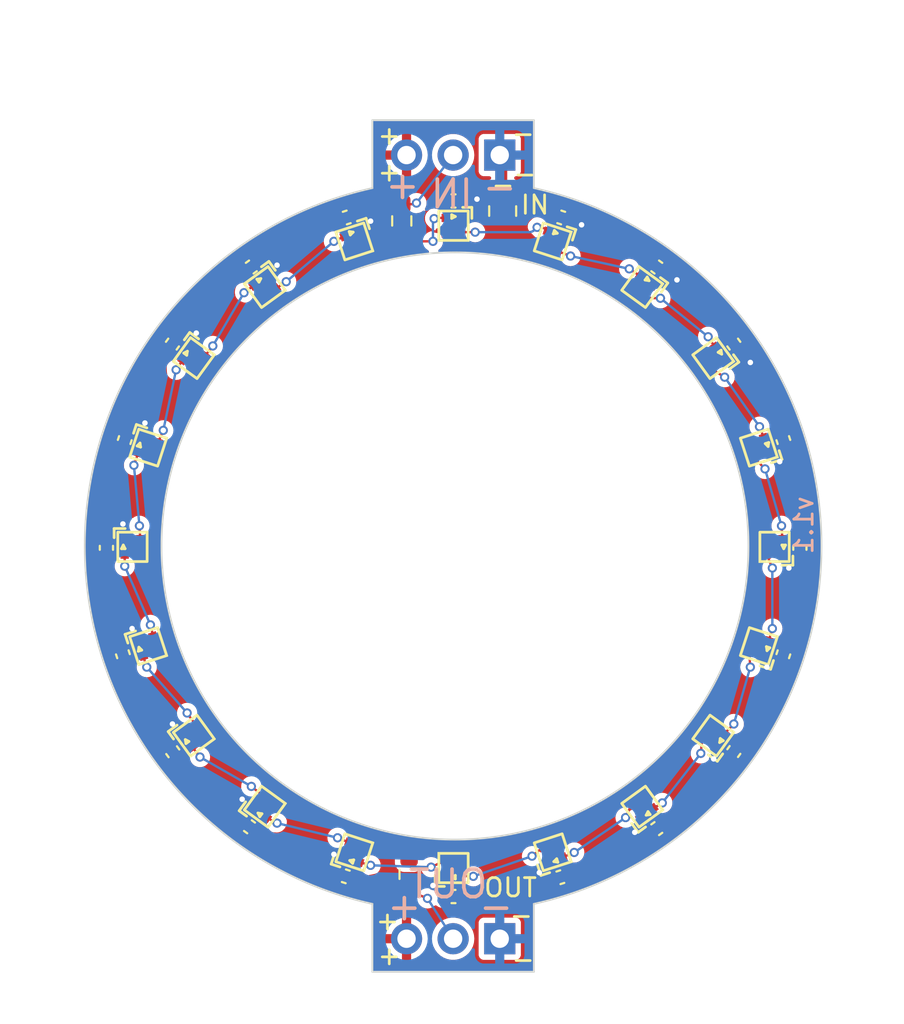
<source format=kicad_pcb>
(kicad_pcb (version 20221018) (generator pcbnew)
  (layers (0 "F.Cu" signal) (31 "B.Cu" signal) (34 "B.Paste" user) (35 "F.Paste" user) (36 "B.SilkS" user "B.Silkscreen") (37 "F.SilkS" user "F.Silkscreen") (38 "B.Mask" user) (39 "F.Mask" user) (44 "Edge.Cuts" user))
  (net 0 "")
  (net 1 "VCC")
  (net 2 "GND")
  (net 3 "Net-(D1-DOUT)")
  (net 4 "Net-(D1-DIN)")
  (net 5 "Net-(D2-DOUT)")
  (net 6 "Net-(D3-DOUT)")
  (net 7 "Net-(D4-DOUT)")
  (net 8 "Net-(D5-DOUT)")
  (net 9 "Net-(D6-DOUT)")
  (net 10 "Net-(D7-DOUT)")
  (net 11 "Net-(D8-DOUT)")
  (net 12 "Net-(D10-DIN)")
  (net 13 "Net-(D10-DOUT)")
  (net 14 "Net-(D11-DOUT)")
  (net 15 "Net-(D12-DOUT)")
  (net 16 "Net-(D13-DOUT)")
  (net 17 "Net-(D14-DOUT)")
  (net 18 "Net-(D15-DOUT)")
  (net 19 "Net-(D16-DOUT)")
  (net 20 "Net-(D17-DOUT)")
  (net 21 "Net-(D18-DOUT)")
  (net 22 "Net-(D19-DOUT)")
  (net 23 "Net-(D20-DOUT)")
  (net 24 "/SIGNAL_IN")
  (net 25 "/SIGNAL_OUT")
  (footprint "Homebrew:XINGLIGHT-XL-1010RGBC-WS2812B" (layer "F.Cu") (at 89.633876 85.890382 -144)
    (fp_text reference "D19" hide)
    (fp_text value "XL-1010RGBC-WS2812B")
  )
  (footprint "Capacitor_SMD:C_0402_1005Metric" (layer "F.Cu") (at 111 84.8 -36)
    (fp_text reference "C3" hide)
    (fp_text value "100nF")
  )
  (footprint "Capacitor_SMD:C_0402_1005Metric" (layer "F.Cu") (at 94.1 82.1 18)
    (fp_text reference "C20" hide)
    (fp_text value "100nF")
  )
  (footprint "Resistor_SMD:R_0603_1608Metric_Pad0.98x0.95mm_HandSolder" (layer "F.Cu") (at 97.5 117.8875 -90)
    (fp_text reference "R2" hide)
    (fp_text value "560")
  )
  (footprint "Connector_PinHeader_2.54mm:PinHeader_1x03_P2.54mm_Vertical" (layer "F.Cu") (at 102.44 78.7 -90)
    (fp_text reference "J1" hide)
    (fp_text value "Conn_01x03")
  )
  (footprint "Homebrew:XINGLIGHT-XL-1010RGBC-WS2812B" (layer "F.Cu") (at 114.077915 89.761938 126)
    (fp_text reference "D4" hide)
    (fp_text value "XL-1010RGBC-WS2812B")
  )
  (footprint "Homebrew:XINGLIGHT-XL-1010RGBC-WS2812B" (layer "F.Cu") (at 105.327915 83.40469 162)
    (fp_text reference "D2" hide)
    (fp_text value "XL-1010RGBC-WS2812B")
  )
  (footprint "Capacitor_SMD:C_0402_1005Metric" (layer "F.Cu") (at 117.9 94.228677 -72)
    (fp_text reference "C5" hide)
    (fp_text value "100nF")
  )
  (footprint "Homebrew:XINGLIGHT-XL-1010RGBC-WS2812B" (layer "F.Cu") (at 89.633876 114.205977 -36)
    (fp_text reference "D13" hide)
    (fp_text value "XL-1010RGBC-WS2812B")
  )
  (footprint "Homebrew:XINGLIGHT-XL-1010RGBC-WS2812B" (layer "F.Cu") (at 116.563607 105.455977 72)
    (fp_text reference "D7" hide)
    (fp_text value "XL-1010RGBC-WS2812B")
  )
  (footprint "Capacitor_SMD:C_0402_1005Metric" (layer "F.Cu") (at 84.6 89 54)
    (fp_text reference "C18" hide)
    (fp_text value "100nF")
  )
  (footprint "Capacitor_SMD:C_0402_1005Metric" (layer "F.Cu") (at 111 115.4 -144)
    (fp_text reference "C9" hide)
    (fp_text value "100nF")
  )
  (footprint "Homebrew:XINGLIGHT-XL-1010RGBC-WS2812B" (layer "F.Cu") (at 99.920118 82.54818 180)
    (fp_text reference "D1" hide)
    (fp_text value "XL-1010RGBC-WS2812B")
  )
  (footprint "Capacitor_SMD:C_0402_1005Metric" (layer "F.Cu") (at 82 94.228677 72)
    (fp_text reference "C17" hide)
    (fp_text value "100nF")
  )
  (footprint "Capacitor_SMD:C_0402_1005Metric" (layer "F.Cu") (at 88.8 115.3 144)
    (fp_text reference "C13" hide)
    (fp_text value "100nF")
  )
  (footprint "Homebrew:XINGLIGHT-XL-1010RGBC-WS2812B" (layer "F.Cu") (at 114.077915 110.334421 54)
    (fp_text reference "D8" hide)
    (fp_text value "XL-1010RGBC-WS2812B")
  )
  (footprint "Capacitor_SMD:C_0402_1005Metric" (layer "F.Cu") (at 94.048677 118 162)
    (fp_text reference "C12" hide)
    (fp_text value "100nF")
  )
  (footprint "Homebrew:XINGLIGHT-XL-1010RGBC-WS2812B" (layer "F.Cu") (at 117.420118 100.04818 90)
    (fp_text reference "D6" hide)
    (fp_text value "XL-1010RGBC-WS2812B")
  )
  (footprint "Capacitor_SMD:C_0402_1005Metric" (layer "F.Cu") (at 84.617863 111.211672 126)
    (fp_text reference "C14" hide)
    (fp_text value "100nF")
  )
  (footprint "Capacitor_SMD:C_0805_2012Metric" (layer "F.Cu") (at 102.6 81.75 90)
    (fp_text reference "C21" hide)
    (fp_text value "22uF")
  )
  (footprint "Capacitor_SMD:C_0402_1005Metric" (layer "F.Cu") (at 115.2 111.2 -126)
    (fp_text reference "C8" hide)
    (fp_text value "100nF")
  )
  (footprint "Homebrew:XINGLIGHT-XL-1010RGBC-WS2812B" (layer "F.Cu") (at 83.276628 105.455977 -72)
    (fp_text reference "D15" hide)
    (fp_text value "XL-1010RGBC-WS2812B")
  )
  (footprint "Homebrew:XINGLIGHT-XL-1010RGBC-WS2812B" (layer "F.Cu") (at 85.76232 110.334421 -54)
    (fp_text reference "D14" hide)
    (fp_text value "XL-1010RGBC-WS2812B")
  )
  (footprint "Homebrew:XINGLIGHT-XL-1010RGBC-WS2812B" (layer "F.Cu") (at 99.920118 117.54818)
    (fp_text reference "D11" hide)
    (fp_text value "XL-1010RGBC-WS2812B")
  )
  (footprint "Homebrew:XINGLIGHT-XL-1010RGBC-WS2812B" (layer "F.Cu") (at 116.563607 94.640382 108)
    (fp_text reference "D5" hide)
    (fp_text value "XL-1010RGBC-WS2812B")
  )
  (footprint "Homebrew:XINGLIGHT-XL-1010RGBC-WS2812B" (layer "F.Cu") (at 82.420118 100.04818 -90)
    (fp_text reference "D16" hide)
    (fp_text value "XL-1010RGBC-WS2812B")
  )
  (footprint "Homebrew:XINGLIGHT-XL-1010RGBC-WS2812B" (layer "F.Cu") (at 94.51232 83.40469 -162)
    (fp_text reference "D20" hide)
    (fp_text value "XL-1010RGBC-WS2812B")
  )
  (footprint "Capacitor_SMD:C_0402_1005Metric" (layer "F.Cu") (at 105.743493 118.048328 -162)
    (fp_text reference "C10" hide)
    (fp_text value "100nF")
  )
  (footprint "Capacitor_SMD:C_0402_1005Metric" (layer "F.Cu") (at 99.92 81.2)
    (fp_text reference "C1" hide)
    (fp_text value "100nF")
  )
  (footprint "Capacitor_SMD:C_0402_1005Metric" (layer "F.Cu") (at 81 100.1 90)
    (fp_text reference "C16" hide)
    (fp_text value "100nF")
  )
  (footprint "Capacitor_SMD:C_0402_1005Metric" (layer "F.Cu") (at 88.9 84.8 36)
    (fp_text reference "C19" hide)
    (fp_text value "100nF")
  )
  (footprint "Resistor_SMD:R_0603_1608Metric_Pad0.98x0.95mm_HandSolder" (layer "F.Cu") (at 97.1 82.2875 -90)
    (fp_text reference "R1" hide)
    (fp_text value "560")
  )
  (footprint "Connector_PinHeader_2.54mm:PinHeader_1x03_P2.54mm_Vertical" (layer "F.Cu") (at 102.44 121.4 -90)
    (fp_text reference "J2" hide)
    (fp_text value "Conn_01x03")
  )
  (footprint "Capacitor_SMD:C_0402_1005Metric" (layer "F.Cu") (at 99.92 119.1 180)
    (fp_text reference "C11" hide)
    (fp_text value "100nF")
  )
  (footprint "Capacitor_SMD:C_0402_1005Metric" (layer "F.Cu") (at 115.2 89 -54)
    (fp_text reference "C4" hide)
    (fp_text value "100nF")
  )
  (footprint "Homebrew:XINGLIGHT-XL-1010RGBC-WS2812B" (layer "F.Cu") (at 85.76232 89.761938 -126)
    (fp_text reference "D18" hide)
    (fp_text value "XL-1010RGBC-WS2812B")
  )
  (footprint "Homebrew:XINGLIGHT-XL-1010RGBC-WS2812B" (layer "F.Cu") (at 94.51232 116.691669 -18)
    (fp_text reference "D12" hide)
    (fp_text value "XL-1010RGBC-WS2812B")
  )
  (footprint "Capacitor_SMD:C_0402_1005Metric" (layer "F.Cu") (at 117.9 105.9 -108)
    (fp_text reference "C7" hide)
    (fp_text value "100nF")
  )
  (footprint "Homebrew:XINGLIGHT-XL-1010RGBC-WS2812B" (layer "F.Cu") (at 110.206359 85.890382 144)
    (fp_text reference "D3" hide)
    (fp_text value "XL-1010RGBC-WS2812B")
  )
  (footprint "Capacitor_SMD:C_0402_1005Metric" (layer "F.Cu") (at 105.791322 82.1 -18)
    (fp_text reference "C2" hide)
    (fp_text value "100nF")
  )
  (footprint "Homebrew:XINGLIGHT-XL-1010RGBC-WS2812B" (layer "F.Cu") (at 110.206359 114.205977 36)
    (fp_text reference "D9" hide)
    (fp_text value "XL-1010RGBC-WS2812B")
  )
  (footprint "Capacitor_SMD:C_0402_1005Metric" (layer "F.Cu") (at 81.9 105.9 108)
    (fp_text reference "C15" hide)
    (fp_text value "100nF")
  )
  (footprint "Homebrew:XINGLIGHT-XL-1010RGBC-WS2812B" (layer "F.Cu") (at 105.327915 116.691669 18)
    (fp_text reference "D10" hide)
    (fp_text value "XL-1010RGBC-WS2812B")
  )
  (footprint "Capacitor_SMD:C_0402_1005Metric" (layer "F.Cu") (at 118.8 100.1 -90)
    (fp_text reference "C6" hide)
    (fp_text value "100nF")
  )
  (footprint "Homebrew:XINGLIGHT-XL-1010RGBC-WS2812B" (layer "F.Cu") (at 83.276628 94.640382 -108)
    (fp_text reference "D17" hide)
    (fp_text value "XL-1010RGBC-WS2812B")
  )
  (gr_arc (start 95.5 119.5) (mid 79.822913 100) (end 95.5 80.5) (stroke (width 0.1)) (layer "Edge.Cuts"))
  (gr_line (start 104.3 123.2) (end 95.5 123.2) (stroke (width 0.1)) (layer "Edge.Cuts"))
  (gr_line (start 104.3 119.5) (end 104.3 123.2) (stroke (width 0.1)) (layer "Edge.Cuts"))
  (gr_line (start 104.3 76.8) (end 95.5 76.8) (stroke (width 0.1)) (layer "Edge.Cuts"))
  (gr_arc (start 104.3 80.5) (mid 119.977087 100) (end 104.3 119.5) (stroke (width 0.1)) (layer "Edge.Cuts"))
  (gr_line (start 95.5 76.8) (end 95.5 80.5) (stroke (width 0.1)) (layer "Edge.Cuts"))
  (gr_line (start 104.3 80.5) (end 104.3 76.8) (stroke (width 0.1)) (layer "Edge.Cuts"))
  (gr_line (start 95.5 123.2) (end 95.5 119.5) (stroke (width 0.1)) (layer "Edge.Cuts"))
  (gr_circle (center 100 100) (end 116 100) (stroke (width 0.1)) (fill none) (layer "Edge.Cuts"))
  (gr_text "IN" (at 101.1 81.7) (layer "B.SilkS") (effects (font (size 1.5 1.5) (thickness 0.2)) (justify left bottom mirror)))
  (gr_text "+" (at 98.3 120.5) (layer "B.SilkS") (effects (font (size 1.5 1.5) (thickness 0.2)) (justify left bottom mirror)))
  (gr_text "+" (at 98.2 81.2) (layer "B.SilkS") (effects (font (size 1.5 1.5) (thickness 0.2)) (justify left bottom mirror)))
  (gr_text "v1.1" (at 119.6 97.2 90) (layer "B.SilkS") (effects (font (size 1 1)) (justify left bottom mirror)))
  (gr_text "-" (at 103.5 81.3) (layer "B.SilkS") (effects (font (size 1.5 1.5) (thickness 0.2)) (justify left bottom mirror)))
  (gr_text "-" (at 103.3 120.5) (layer "B.SilkS") (effects (font (size 1.5 1.5) (thickness 0.2)) (justify left bottom mirror)))
  (gr_text "OUT" (at 101.9 119.3) (layer "B.SilkS") (effects (font (size 1.5 1.5) (thickness 0.2)) (justify left bottom mirror)))
  (gr_text "OUT" (at 101.5 119.2) (layer "F.SilkS") (effects (font (size 1 1)) (justify left bottom)))
  (gr_text "-" (at 103 123.1) (layer "F.SilkS") (effects (font (size 1 1)) (justify left bottom)))
  (gr_text "-" (at 102.9 120.7) (layer "F.SilkS") (effects (font (size 1 1)) (justify left bottom)))
  (gr_text "+" (at 95.6 121) (layer "F.SilkS") (effects (font (size 1 1)) (justify left bottom)))
  (gr_text "+" (at 95.7 78.2) (layer "F.SilkS") (effects (font (size 1 1)) (justify left bottom)))
  (gr_text "-" (at 101.9 80.9) (layer "F.SilkS") (effects (font (size 1 1)) (justify left bottom)))
  (gr_text "-" (at 103.1 80.3) (layer "F.SilkS") (effects (font (size 1 1)) (justify left bottom)))
  (gr_text "+" (at 95.7 80.2) (layer "F.SilkS") (effects (font (size 1 1)) (justify left bottom)))
  (gr_text "-" (at 103 78.1) (layer "F.SilkS") (effects (font (size 1 1)) (justify left bottom)))
  (gr_text "IN" (at 103.5 82) (layer "F.SilkS") (effects (font (size 1 1)) (justify left bottom)))
  (gr_text "+" (at 95.7 122.9) (layer "F.SilkS") (effects (font (size 1 1)) (justify left bottom)))
  (segment (start 84.24533 89.949364) (end 84.317863 89.388328) (width 0.127) (layer "F.Cu") (net 1))
  (segment (start 104.514928 83.4001) (end 104.036178 82.92135) (width 0.127) (layer "F.Cu") (net 1))
  (segment (start 83.599999 107.099999) (end 83.512132 107.158578) (width 0.127) (layer "F.Cu") (net 1))
  (segment (start 99.22 81.2) (end 99.44 81.2) (width 0.127) (layer "F.Cu") (net 1))
  (segment (start 93.59694 84.139054) (end 94.239453 83.940221) (width 0.127) (layer "F.Cu") (net 1))
  (segment (start 88.06866 85.746911) (end 88.511672 85.082137) (width 0.127) (layer "F.Cu") (net 1))
  (segment (start 82.755774 101.043784) (end 82.845118 100.47318) (width 0.127) (layer "F.Cu") (net 1))
  (segment (start 95.554474 117.947088) (end 94.505184 118.148328) (width 0.127) (layer "F.Cu") (net 1))
  (segment (start 96.120943 117.362829) (end 96.1 117.3) (width 0.127) (layer "F.Cu") (net 1))
  (segment (start 82.162829 96.262829) (end 82.15 96.25) (width 0.127) (layer "F.Cu") (net 1))
  (segment (start 90.218292 115.674686) (end 89.188328 115.582137) (width 0.127) (layer "F.Cu") (net 1))
  (segment (start 102.6 82.7) (end 104 81.3) (width 0.5) (layer "F.Cu") (net 1))
  (segment (start 104.514928 83.4001) (end 104.699899 83.585071) (width 0.127) (layer "F.Cu") (net 1))
  (segment (start 83.873032 106.540454) (end 83.812159 105.728844) (width 0.127) (layer "F.Cu") (net 1))
  (segment (start 98.567111 82.667111) (end 98.476776 82.576776) (width 0.127) (layer "F.Cu") (net 1))
  (segment (start 84.25 90.65) (end 84.261921 90.733447) (width 0.127) (layer "F.Cu") (net 1))
  (segment (start 89.041227 86.730991) (end 89.539853 86.484023) (width 0.127) (layer "F.Cu") (net 1))
  (segment (start 99.097969 82.887) (end 99.408938 82.887) (width 0.127) (layer "F.Cu") (net 1))
  (segment (start 82.63038 107.00966) (end 82.048328 106.356507) (width 0.127) (layer "F.Cu") (net 1))
  (segment (start 90.9 115) (end 90.9 115.017157) (width 0.127) (layer "F.Cu") (net 1))
  (segment (start 98.476776 81.723223) (end 98.844436 81.355563) (width 0.127) (layer "F.Cu") (net 1))
  (segment (start 95.730084 116.835241) (end 95.047851 116.418802) (width 0.127) (layer "F.Cu") (net 1))
  (segment (start 104.665343 81.951672) (end 105.334815 81.951672) (width 0.127) (layer "F.Cu") (net 1))
  (segment (start 81.887013 95.646685) (end 81.851672 94.685184) (width 0.127) (layer "F.Cu") (net 1))
  (segment (start 82.399999 101.599999) (end 82.353058 101.631294) (width 0.127) (layer "F.Cu") (net 1))
  (segment (start 90.674164 114.50252) (end 90.227517 114.111954) (width 0.127) (layer "F.Cu") (net 1))
  (segment (start 104.699899 83.585071) (end 104.792384 83.677557) (width 0.127) (layer "F.Cu") (net 1))
  (segment (start 92.923435 83.908589) (end 92.9 83.85) (width 0.127) (layer "F.Cu") (net 1))
  (segment (start 92.749999 83.3) (end 92.755734 83.334405) (width 0.127) (layer "F.Cu") (net 1))
  (segment (start 85.010318 91.031875) (end 85.856343 90.355579) (width 0.127) (layer "F.Cu") (net 1))
  (segment (start 83.158584 95.904448) (end 83.549495 95.175913) (width 0.127) (layer "F.Cu") (net 1))
  (segment (start 104.036178 82.263821) (end 104.124164 82.175836) (width 0.127) (layer "F.Cu") (net 1))
  (segment (start 81.376017 101.422279) (end 81 100.58) (width 0.127) (layer "F.Cu") (net 1))
  (segment (start 92.937875 82.810486) (end 93.643493 82.248328) (width 0.127) (layer "F.Cu") (net 1))
  (segment (start 88.279547 86.719805) (end 88.35 86.75) (width 0.127) (layer "F.Cu") (net 1))
  (arc (start 88.35 86.75) (mid 88.6977 86.8164) (end 89.041227 86.730991) (width 0.127) (layer "F.Cu") (net 1))
  (arc (start 103.9 82.592586) (mid 103.935391 82.770512) (end 104.036178 82.92135) (width 0.127) (layer "F.Cu") (net 1))
  (arc (start 84.24533 89.949364) (mid 84.223941 90.29984) (end 84.25 90.65) (width 0.127) (layer "F.Cu") (net 1))
  (arc (start 90.674164 114.50252) (mid 90.840898 114.726829) (end 90.9 115) (width 0.127) (layer "F.Cu") (net 1))
  (arc (start 90.9 115.017157) (mid 90.848021 115.278469) (end 90.7 115.5) (width 0.127) (layer "F.Cu") (net 1))
  (arc (start 88.06866 85.746911) (mid 87.956648 86.012153) (end 87.95 86.3) (width 0.127) (layer "F.Cu") (net 1))
  (arc (start 81.376017 101.422279) (mid 81.546788 101.639467) (end 81.8 101.75) (width 0.127) (layer "F.Cu") (net 1))
  (arc (start 99.22 81.2) (mid 99.016746 81.240429) (end 98.844436 81.355563) (width 0.127) (layer "F.Cu") (net 1))
  (arc (start 104.665343 81.951672) (mid 104.372459 82.00993) (end 104.124164 82.175836) (width 0.127) (layer "F.Cu") (net 1))
  (arc (start 92.937875 82.810486) (mid 92.777302 83.029668) (end 92.749999 83.3) (width 0.127) (layer "F.Cu") (net 1))
  (arc (start 84.55 91.1) (mid 84.789356 91.128081) (end 85.010318 91.031875) (width 0.127) (layer "F.Cu") (net 1))
  (arc (start 98.3 82.15) (mid 98.345942 82.380969) (end 98.476776 82.576776) (width 0.127) (layer "F.Cu") (net 1))
  (arc (start 83.05 107.25) (mid 83.290158 107.250251) (end 83.512132 107.158578) (width 0.127) (layer "F.Cu") (net 1))
  (arc (start 98.567111 82.667111) (mid 98.81067 82.829852) (end 99.097969 82.887) (width 0.127) (layer "F.Cu") (net 1))
  (arc (start 96 117.75) (mid 95.78847 117.873937) (end 95.554474 117.947088) (width 0.127) (layer "F.Cu") (net 1))
  (arc (start 93.2 84.15) (mid 93.39922 84.171741) (end 93.59694 84.139054) (width 0.127) (layer "F.Cu") (net 1))
  (arc (start 82.755774 101.043784) (mid 82.636253 101.359225) (end 82.399999 101.599999) (width 0.127) (layer "F.Cu") (net 1))
  (arc (start 92.755734 83.334405) (mid 92.813973 83.596089) (end 92.9 83.85) (width 0.127) (layer "F.Cu") (net 1))
  (arc (start 83.158584 95.904448) (mid 82.963797 96.162739) (end 82.7 96.35) (width 0.127) (layer "F.Cu") (net 1))
  (arc (start 104.036178 82.263821) (mid 103.935391 82.414659) (end 103.9 82.592586) (width 0.127) (layer "F.Cu") (net 1))
  (arc (start 96.120943 117.362829) (mid 96.122965 117.575936) (end 96 117.75) (width 0.127) (layer "F.Cu") (net 1))
  (arc (start 82.63038 107.00966) (mid 82.820627 107.163985) (end 83.05 107.25) (width 0.127) (layer "F.Cu") (net 1))
  (arc (start 98.476776 81.723223) (mid 98.345942 81.91903) (end 98.3 82.15) (width 0.127) (layer "F.Cu") (net 1))
  (arc (start 84.261921 90.733447) (mid 84.356793 90.955365) (end 84.55 91.1) (width 0.127) (layer "F.Cu") (net 1))
  (arc (start 90.218292 115.674686) (mid 90.478563 115.640887) (end 90.7 115.5) (width 0.127) (layer "F.Cu") (net 1))
  (arc (start 81.8 101.75) (mid 82.087838 101.743338) (end 82.353058 101.631294) (width 0.127) (layer "F.Cu") (net 1))
  (arc (start 92.923435 83.908589) (mid 93.032648 84.062596) (end 93.2 84.15) (width 0.127) (layer "F.Cu") (net 1))
  (arc (start 95.730084 116.835241) (mid 95.956189 117.03487) (end 96.1 117.3) (width 0.127) (layer "F.Cu") (net 1))
  (arc (start 81.887013 95.646685) (mid 81.961378 95.973244) (end 82.15 96.25) (width 0.127) (layer "F.Cu") (net 1))
  (arc (start 83.873032 106.540454) (mid 83.812265 106.857189) (end 83.599999 107.099999) (width 0.127) (layer "F.Cu") (net 1))
  (arc (start 82.162829 96.262829) (mid 82.417344 96.39312) (end 82.7 96.35) (width 0.127) (layer "F.Cu") (net 1))
  (arc (start 87.95 86.3) (mid 88.061134 86.552009) (end 88.279547 86.719805) (width 0.127) (layer "F.Cu") (net 1))
  (segment (start 116.836474 105.991508) (end 117.751672 106.356507) (width 0.127) (layer "F.Cu") (net 2))
  (segment (start 85.168679 110.240398) (end 84.335726 110.823344) (width 0.127) (layer "F.Cu") (net 2))
  (segment (start 85.668297 89.168297) (end 85.9 88.4) (width 0.127) (layer "F.Cu") (net 2))
  (segment (start 99.495118 117.97318) (end 99.44 119.1) (width 0.127) (layer "F.Cu") (net 2))
  (segment (start 89.727899 85.296741) (end 89.288328 84.517863) (width 0.127) (layer "F.Cu") (net 2))
  (segment (start 106.470369 82.248328) (end 106.247829 82.248328) (width 0.127) (layer "F.Cu") (net 2))
  (segment (start 116.836474 105.991508) (end 117 106.6) (width 0.127) (layer "F.Cu") (net 2))
  (segment (start 82.741097 105.18311) (end 81.751672 105.443493) (width 0.127) (layer "F.Cu") (net 2))
  (segment (start 118.2 101.2) (end 117.845118 100.47318) (width 0.127) (layer "F.Cu") (net 2))
  (segment (start 112.1 85.5) (end 111.786014 85.186014) (width 0.127) (layer "F.Cu") (net 2))
  (segment (start 114.171938 110.928062) (end 114.1 111.6) (width 0.127) (layer "F.Cu") (net 2))
  (segment (start 115.017938 89.509578) (end 114.671556 89.855961) (width 0.127) (layer "F.Cu") (net 2))
  (segment (start 105.863446 82.882267) (end 105.863446 83.131823) (width 0.127) (layer "F.Cu") (net 2))
  (segment (start 85.668297 89.168297) (end 84.882137 88.611672) (width 0.127) (layer "F.Cu") (net 2))
  (segment (start 90.3 84.7) (end 89.727899 85.296741) (width 0.127) (layer "F.Cu") (net 2))
  (segment (start 117.099138 94.913249) (end 118.048328 94.685184) (width 0.127) (layer "F.Cu") (net 2))
  (segment (start 106.774164 82.374164) (end 106.9 82.5) (width 0.127) (layer "F.Cu") (net 2))
  (segment (start 106.039908 82.456248) (end 106.247829 82.248328) (width 0.127) (layer "F.Cu") (net 2))
  (segment (start 93.976789 116.964536) (end 93.59217 117.851672) (width 0.127) (layer "F.Cu") (net 2))
  (segment (start 116.1 90) (end 115.488328 89.388328) (width 0.127) (layer "F.Cu") (net 2))
  (segment (start 93.4 116.8) (end 93.976789 116.964536) (width 0.127) (layer "F.Cu") (net 2))
  (segment (start 94.785187 82.869159) (end 94.556507 81.951672) (width 0.127) (layer "F.Cu") (net 2))
  (segment (start 83.003761 94.104851) (end 82.148328 93.77217) (width 0.127) (layer "F.Cu") (net 2))
  (segment (start 81.995118 99.62318) (end 81 99.62) (width 0.127) (layer "F.Cu") (net 2))
  (segment (start 110.112336 114.799618) (end 109.8 115.6) (width 0.127) (layer "F.Cu") (net 2))
  (segment (start 104.6 117.8) (end 105.055048 117.2272) (width 0.127) (layer "F.Cu") (net 2))
  (segment (start 82.741097 105.18311) (end 82.4 104.5) (width 0.127) (layer "F.Cu") (net 2))
  (segment (start 105.055048 117.2272) (end 105.286986 118.196656) (width 0.127) (layer "F.Cu") (net 2))
  (segment (start 102.6 78.86) (end 102.44 78.7) (width 0.5) (layer "F.Cu") (net 2))
  (segment (start 117.845118 100.47318) (end 118.8 100.58) (width 0.127) (layer "F.Cu") (net 2))
  (segment (start 110.112336 114.799618) (end 110.611672 115.682137) (width 0.127) (layer "F.Cu") (net 2))
  (segment (start 99.495118 117.97318) (end 98.8 118.5) (width 0.127) (layer "F.Cu") (net 2))
  (segment (start 81.995118 99.62318) (end 81.9 98.8) (width 0.127) (layer "F.Cu") (net 2))
  (segment (start 111.388328 85.208031) (end 110.8 85.796359) (width 0.127) (layer "F.Cu") (net 2))
  (segment (start 85.168679 110.240398) (end 84.6 109.7) (width 0.127) (layer "F.Cu") (net 2))
  (segment (start 100.4 81.2) (end 100.4 82.068298) (width 0.127) (layer "F.Cu") (net 2))
  (segment (start 111.535232 85.082137) (end 111.388328 85.082137) (width 0.127) (layer "F.Cu") (net 2))
  (segment (start 115.310663 89.388328) (end 115.482137 89.388328) (width 0.127) (layer "F.Cu") (net 2))
  (segment (start 102.6 80.8) (end 102.6 78.86) (width 0.5) (layer "F.Cu") (net 2))
  (segment (start 94.785187 82.869159) (end 95.4 82.3) (width 0.127) (layer "F.Cu") (net 2))
  (segment (start 83.1 93.3) (end 83.003761 94.104851) (width 0.127) (layer "F.Cu") (net 2))
  (segment (start 88.4 113.8) (end 89.040235 114.3) (width 0.127) (layer "F.Cu") (net 2))
  (segment (start 89.040235 114.3) (end 88.411672 115.017863) (width 0.127) (layer "F.Cu") (net 2))
  (segment (start 117.099138 94.913249) (end 117.7 95.4) (width 0.127) (layer "F.Cu") (net 2))
  (segment (start 114.171938 110.928062) (end 114.917863 111.588328) (width 0.127) (layer "F.Cu") (net 2))
  (segment (start 101.2 81.1) (end 100.5 81.1) (width 0.127) (layer "F.Cu") (net 2))
  (via (at 85.9 88.4) (size 0.5) (drill 0.3) (layers "F.Cu" "B.Cu") (net 2))
  (via (at 98.8 118.5) (size 0.5) (drill 0.3) (layers "F.Cu" "B.Cu") (net 2))
  (via (at 81.9 98.8) (size 0.5) (drill 0.3) (layers "F.Cu" "B.Cu") (net 2))
  (via (at 117.7 95.4) (size 0.5) (drill 0.3) (layers "F.Cu" "B.Cu") (net 2))
  (via (at 116.1 90) (size 0.5) (drill 0.3) (layers "F.Cu" "B.Cu") (net 2))
  (via (at 88.4 113.8) (size 0.5) (drill 0.3) (layers "F.Cu" "B.Cu") (net 2))
  (via (at 109.8 115.6) (size 0.5) (drill 0.3) (layers "F.Cu" "B.Cu") (net 2))
  (via (at 93.4 116.8) (size 0.5) (drill 0.3) (layers "F.Cu" "B.Cu") (net 2))
  (via (at 118.2 101.2) (size 0.5) (drill 0.3) (layers "F.Cu" "B.Cu") (net 2))
  (via (at 104.6 117.8) (size 0.5) (drill 0.3) (layers "F.Cu" "B.Cu") (net 2))
  (via (at 114.1 111.6) (size 0.5) (drill 0.3) (layers "F.Cu" "B.Cu") (net 2))
  (via (at 95.4 82.3) (size 0.5) (drill 0.3) (layers "F.Cu" "B.Cu") (net 2))
  (via (at 117 106.6) (size 0.5) (drill 0.3) (layers "F.Cu" "B.Cu") (net 2))
  (via (at 106.9 82.5) (size 0.5) (drill 0.3) (layers "F.Cu" "B.Cu") (net 2))
  (via (at 101.2 81.1) (size 0.5) (drill 0.3) (layers "F.Cu" "B.Cu") (net 2))
  (via (at 90.3 84.7) (size 0.5) (drill 0.3) (layers "F.Cu" "B.Cu") (net 2))
  (via (at 112.1 85.5) (size 0.5) (drill 0.3) (layers "F.Cu" "B.Cu") (net 2))
  (via (at 82.4 104.5) (size 0.5) (drill 0.3) (layers "F.Cu" "B.Cu") (net 2))
  (via (at 84.6 109.7) (size 0.5) (drill 0.3) (layers "F.Cu" "B.Cu") (net 2))
  (via (at 83.1 93.3) (size 0.5) (drill 0.3) (layers "F.Cu" "B.Cu") (net 2))
  (arc (start 106.774164 82.374164) (mid 106.634781 82.281031) (end 106.470369 82.248328) (width 0.127) (layer "F.Cu") (net 2))
  (arc (start 106.039908 82.456248) (mid 105.909306 82.651707) (end 105.863446 82.882267) (width 0.127) (layer "F.Cu") (net 2))
  (arc (start 111.786014 85.186014) (mid 111.670954 85.109133) (end 111.535232 85.082137) (width 0.127) (layer "F.Cu") (net 2))
  (arc (start 115.310663 89.388328) (mid 115.152241 89.419839) (end 115.017938 89.509578) (width 0.127) (layer "F.Cu") (net 2))
  (segment (start 101.1 82.9) (end 100.418298 82.9) (width 0.127) (layer "F.Cu") (net 3))
  (segment (start 104.938951 82.753062) (end 105.055048 82.869159) (width 0.127) (layer "F.Cu") (net 3))
  (segment (start 104.477286 82.636966) (end 104.658669 82.636966) (width 0.127) (layer "F.Cu") (net 3))
  (via (at 104.477286 82.636966) (size 0.5) (drill 0.3) (layers "F.Cu" "B.Cu") (net 3))
  (via (at 101.1 82.9) (size 0.5) (drill 0.3) (layers "F.Cu" "B.Cu") (net 3))
  (arc (start 104.938951 82.753062) (mid 104.810356 82.667138) (end 104.658669 82.636966) (width 0.127) (layer "F.Cu") (net 3))
  (segment (start 104.477286 82.636966) (end 104.345769 82.768483) (width 0.127) (layer "B.Cu") (net 3))
  (segment (start 104.028258 82.9) (end 101.1 82.9) (width 0.127) (layer "B.Cu") (net 3))
  (arc (start 104.345769 82.768483) (mid 104.200093 82.865819) (end 104.028258 82.9) (width 0.127) (layer "B.Cu") (net 3))
  (segment (start 98.930289 82.12318) (end 99.495118 82.12318) (width 0.127) (layer "F.Cu") (net 4))
  (segment (start 98.882529 82.142963) (end 98.862746 82.162746) (width 0.127) (layer "F.Cu") (net 4))
  (segment (start 98.8 83.4) (end 97.3 83.4) (width 0.127) (layer "F.Cu") (net 4))
  (via (at 98.8 83.4) (size 0.5) (drill 0.3) (layers "F.Cu" "B.Cu") (net 4))
  (via (at 98.862746 82.162746) (size 0.5) (drill 0.3) (layers "F.Cu" "B.Cu") (net 4))
  (arc (start 98.930289 82.12318) (mid 98.904441 82.128321) (end 98.882529 82.142963) (width 0.127) (layer "F.Cu") (net 4))
  (segment (start 98.831373 82.194119) (end 98.862746 82.162746) (width 0.127) (layer "B.Cu") (net 4))
  (segment (start 98.8 82.26986) (end 98.8 83.4) (width 0.127) (layer "B.Cu") (net 4))
  (arc (start 98.831373 82.194119) (mid 98.808153 82.228869) (end 98.8 82.26986) (width 0.127) (layer "B.Cu") (net 4))
  (segment (start 106.3 84.2) (end 105.600782 83.940221) (width 0.127) (layer "F.Cu") (net 5))
  (segment (start 109.5 84.9) (end 110.112336 85.296741) (width 0.127) (layer "F.Cu") (net 5))
  (via (at 106.3 84.2) (size 0.5) (drill 0.3) (layers "F.Cu" "B.Cu") (net 5))
  (via (at 109.5 84.9) (size 0.5) (drill 0.3) (layers "F.Cu" "B.Cu") (net 5))
  (segment (start 106.3 84.2) (end 109.5 84.9) (width 0.127) (layer "B.Cu") (net 5))
  (segment (start 113.8 88.6) (end 114.171938 89.168297) (width 0.127) (layer "F.Cu") (net 6))
  (segment (start 111.2 86.5) (end 110.300382 86.484023) (width 0.127) (layer "F.Cu") (net 6))
  (via (at 113.8 88.6) (size 0.5) (drill 0.3) (layers "F.Cu" "B.Cu") (net 6))
  (via (at 111.2 86.5) (size 0.5) (drill 0.3) (layers "F.Cu" "B.Cu") (net 6))
  (segment (start 113.8 88.6) (end 111.2 86.5) (width 0.127) (layer "B.Cu") (net 6))
  (segment (start 114.7 90.8) (end 113.983892 90.355579) (width 0.127) (layer "F.Cu") (net 7))
  (segment (start 116.6 93.5) (end 116.836474 94.104851) (width 0.127) (layer "F.Cu") (net 7))
  (via (at 116.6 93.5) (size 0.5) (drill 0.3) (layers "F.Cu" "B.Cu") (net 7))
  (via (at 114.7 90.8) (size 0.5) (drill 0.3) (layers "F.Cu" "B.Cu") (net 7))
  (segment (start 114.7 90.8) (end 116.6 93.5) (width 0.127) (layer "B.Cu") (net 7))
  (segment (start 117.8 98.9) (end 117.845118 99.62318) (width 0.127) (layer "F.Cu") (net 8))
  (segment (start 116.9 95.8) (end 116.29074 95.175913) (width 0.127) (layer "F.Cu") (net 8))
  (via (at 116.9 95.8) (size 0.5) (drill 0.3) (layers "F.Cu" "B.Cu") (net 8))
  (via (at 117.8 98.9) (size 0.5) (drill 0.3) (layers "F.Cu" "B.Cu") (net 8))
  (segment (start 116.9 95.8) (end 117.8 98.9) (width 0.127) (layer "B.Cu") (net 8))
  (segment (start 117.3 104.5) (end 117.099138 105.18311) (width 0.127) (layer "F.Cu") (net 9))
  (segment (start 117.3 101.2) (end 116.995118 100.47318) (width 0.127) (layer "F.Cu") (net 9))
  (via (at 117.3 101.2) (size 0.5) (drill 0.3) (layers "F.Cu" "B.Cu") (net 9))
  (via (at 117.3 104.5) (size 0.5) (drill 0.3) (layers "F.Cu" "B.Cu") (net 9))
  (segment (start 117.3 104.5) (end 117.3 101.2) (width 0.127) (layer "B.Cu") (net 9))
  (segment (start 116.1 106.6) (end 116.028076 105.728844) (width 0.127) (layer "F.Cu") (net 10))
  (segment (start 115.2 109.7) (end 114.671556 110.240398) (width 0.127) (layer "F.Cu") (net 10))
  (via (at 115.2 109.7) (size 0.5) (drill 0.3) (layers "F.Cu" "B.Cu") (net 10))
  (via (at 116.1 106.6) (size 0.5) (drill 0.3) (layers "F.Cu" "B.Cu") (net 10))
  (segment (start 116.1 106.6) (end 115.2 109.7) (width 0.127) (layer "B.Cu") (net 10))
  (segment (start 111.3 114) (end 110.8 114.3) (width 0.127) (layer "F.Cu") (net 11))
  (segment (start 113.4 111.3) (end 113.484274 110.428444) (width 0.127) (layer "F.Cu") (net 11))
  (via (at 113.4 111.3) (size 0.5) (drill 0.3) (layers "F.Cu" "B.Cu") (net 11))
  (via (at 111.3 114) (size 0.5) (drill 0.3) (layers "F.Cu" "B.Cu") (net 11))
  (segment (start 113.4 111.3) (end 111.3 114) (width 0.127) (layer "B.Cu") (net 11))
  (segment (start 109.3 114.8) (end 109.612718 114.111954) (width 0.127) (layer "F.Cu") (net 12))
  (segment (start 106.5 116.7) (end 105.863446 116.964536) (width 0.127) (layer "F.Cu") (net 12))
  (via (at 109.3 114.8) (size 0.5) (drill 0.3) (layers "F.Cu" "B.Cu") (net 12))
  (via (at 106.5 116.7) (size 0.5) (drill 0.3) (layers "F.Cu" "B.Cu") (net 12))
  (segment (start 109.3 114.8) (end 106.5 116.7) (width 0.127) (layer "B.Cu") (net 12))
  (segment (start 104.2 116.9) (end 104.792384 116.418802) (width 0.127) (layer "F.Cu") (net 13))
  (segment (start 101 118) (end 100.345118 117.97318) (width 0.127) (layer "F.Cu") (net 13))
  (via (at 104.2 116.9) (size 0.5) (drill 0.3) (layers "F.Cu" "B.Cu") (net 13))
  (via (at 101 118) (size 0.5) (drill 0.3) (layers "F.Cu" "B.Cu") (net 13))
  (segment (start 101 118) (end 104.2 116.9) (width 0.127) (layer "B.Cu") (net 13))
  (segment (start 95.4 117.4) (end 94.785187 117.2272) (width 0.127) (layer "F.Cu") (net 14))
  (segment (start 98.7 117.5) (end 99.495118 117.12318) (width 0.127) (layer "F.Cu") (net 14))
  (via (at 98.7 117.5) (size 0.5) (drill 0.3) (layers "F.Cu" "B.Cu") (net 14))
  (via (at 95.4 117.4) (size 0.5) (drill 0.3) (layers "F.Cu" "B.Cu") (net 14))
  (segment (start 98.7 117.5) (end 95.4 117.4) (width 0.127) (layer "B.Cu") (net 14))
  (segment (start 93.6 115.9) (end 94.239453 116.156138) (width 0.127) (layer "F.Cu") (net 15))
  (segment (start 90.3 115.1) (end 89.727899 114.799618) (width 0.127) (layer "F.Cu") (net 15))
  (via (at 90.3 115.1) (size 0.5) (drill 0.3) (layers "F.Cu" "B.Cu") (net 15))
  (via (at 93.6 115.9) (size 0.5) (drill 0.3) (layers "F.Cu" "B.Cu") (net 15))
  (segment (start 90.3 115.1) (end 93.6 115.9) (width 0.127) (layer "B.Cu") (net 15))
  (segment (start 88.9 113.1) (end 89.539853 113.612336) (width 0.127) (layer "F.Cu") (net 16))
  (segment (start 86.1 111.5) (end 85.668297 110.928062) (width 0.127) (layer "F.Cu") (net 16))
  (via (at 86.1 111.5) (size 0.5) (drill 0.3) (layers "F.Cu" "B.Cu") (net 16))
  (via (at 88.9 113.1) (size 0.5) (drill 0.3) (layers "F.Cu" "B.Cu") (net 16))
  (segment (start 88.9 113.1) (end 86.1 111.5) (width 0.127) (layer "B.Cu") (net 16))
  (segment (start 85.4 109.1) (end 85.856343 109.74078) (width 0.127) (layer "F.Cu") (net 17))
  (segment (start 83.2 106.6) (end 83.003761 105.991508) (width 0.127) (layer "F.Cu") (net 17))
  (via (at 85.4 109.1) (size 0.5) (drill 0.3) (layers "F.Cu" "B.Cu") (net 17))
  (via (at 83.2 106.6) (size 0.5) (drill 0.3) (layers "F.Cu" "B.Cu") (net 17))
  (segment (start 85.4 109.1) (end 83.2 106.6) (width 0.127) (layer "B.Cu") (net 17))
  (segment (start 83.4 104.3) (end 83.549495 104.920446) (width 0.127) (layer "F.Cu") (net 18))
  (segment (start 82 101.1) (end 81.995118 100.47318) (width 0.127) (layer "F.Cu") (net 18))
  (via (at 83.4 104.3) (size 0.5) (drill 0.3) (layers "F.Cu" "B.Cu") (net 18))
  (via (at 82 101.1) (size 0.5) (drill 0.3) (layers "F.Cu" "B.Cu") (net 18))
  (segment (start 83.4 104.3) (end 82 101.1) (width 0.127) (layer "B.Cu") (net 18))
  (segment (start 82.8 98.9) (end 82.845118 99.62318) (width 0.127) (layer "F.Cu") (net 19))
  (segment (start 82.5 95.6) (end 82.741097 94.913249) (width 0.127) (layer "F.Cu") (net 19))
  (via (at 82.8 98.9) (size 0.5) (drill 0.3) (layers "F.Cu" "B.Cu") (net 19))
  (via (at 82.5 95.6) (size 0.5) (drill 0.3) (layers "F.Cu" "B.Cu") (net 19))
  (segment (start 82.5 95.6) (end 82.8 98.9) (width 0.127) (layer "B.Cu") (net 19))
  (segment (start 84.1 93.7) (end 83.812159 94.367515) (width 0.127) (layer "F.Cu") (net 20))
  (segment (start 84.8 90.4) (end 85.168679 89.855961) (width 0.127) (layer "F.Cu") (net 20))
  (via (at 84.1 93.7) (size 0.5) (drill 0.3) (layers "F.Cu" "B.Cu") (net 20))
  (via (at 84.8 90.4) (size 0.5) (drill 0.3) (layers "F.Cu" "B.Cu") (net 20))
  (segment (start 84.8 90.4) (end 84.1 93.7) (width 0.127) (layer "B.Cu") (net 20))
  (segment (start 88.5 86.2) (end 89.040235 85.796359) (width 0.127) (layer "F.Cu") (net 21))
  (segment (start 86.8 89.1) (end 86.355961 89.667915) (width 0.127) (layer "F.Cu") (net 21))
  (via (at 88.5 86.2) (size 0.5) (drill 0.3) (layers "F.Cu" "B.Cu") (net 21))
  (via (at 86.8 89.1) (size 0.5) (drill 0.3) (layers "F.Cu" "B.Cu") (net 21))
  (segment (start 88.5 86.2) (end 86.8 89.1) (width 0.127) (layer "B.Cu") (net 21))
  (segment (start 90.8 85.6) (end 90.227517 85.984405) (width 0.127) (layer "F.Cu") (net 22))
  (segment (start 93.4 83.4) (end 93.976789 83.131823) (width 0.127) (layer "F.Cu") (net 22))
  (via (at 93.4 83.4) (size 0.5) (drill 0.3) (layers "F.Cu" "B.Cu") (net 22))
  (via (at 90.8 85.6) (size 0.5) (drill 0.3) (layers "F.Cu" "B.Cu") (net 22))
  (segment (start 93.4 83.4) (end 90.8 85.6) (width 0.127) (layer "B.Cu") (net 22))
  (segment (start 84.548964 105.06788) (end 84.192998 103.847424) (width 0.127) (layer "F.Cu") (net 23))
  (segment (start 86.579261 109.171854) (end 86.799962 109.471377) (width 0.127) (layer "F.Cu") (net 23))
  (segment (start 96.431174 115.957314) (end 95.75 115.75) (width 0.127) (layer "F.Cu") (net 23))
  (segment (start 97.2 116.4875) (end 97.5 116.875) (width 0.127) (layer "F.Cu") (net 23))
  (segment (start 89.609368 112.449792) (end 89.55 112.4) (width 0.127) (layer "F.Cu") (net 23))
  (segment (start 86.495015 90.862755) (end 86.4 91) (width 0.127) (layer "F.Cu") (net 23))
  (segment (start 94.973925 84.088778) (end 95.047851 83.677557) (width 0.127) (layer "F.Cu") (net 23))
  (segment (start 84.488293 95.26767) (end 84.989807 93.796564) (width 0.127) (layer "F.Cu") (net 23))
  (segment (start 88.299999 88.699999) (end 88.465584 88.534415) (width 0.127) (layer "F.Cu") (net 23))
  (segment (start 92.85 114.549999) (end 93.518717 114.874805) (width 0.127) (layer "F.Cu") (net 23))
  (segment (start 94.524287 84.682778) (end 92.261135 85.783771) (width 0.127) (layer "F.Cu") (net 23))
  (segment (start 83.799999 98.199999) (end 83.7855 98.308745) (width 0.127) (layer "F.Cu") (net 23))
  (arc (start 89.609368 112.449792) (mid 91.165087 113.599569) (end 92.85 114.549999) (width 0.127) (layer "F.Cu") (net 23))
  (arc (start 83.7 101.1) (mid 83.873456 102.486818) (end 84.192998 103.847424) (width 0.127) (layer "F.Cu") (net 23))
  (arc (start 84.488293 95.26767) (mid 84.072246 96.716957) (end 83.799999 98.199999) (width 0.127) (layer "F.Cu") (net 23))
  (arc (start 92.261135 85.783771) (mid 91.227841 86.346038) (end 90.25 87) (width 0.127) (layer "F.Cu") (net 23))
  (arc (start 86.799962 109.471377) (mid 88.0878 111.017553) (end 89.55 112.4) (width 0.127) (layer "F.Cu") (net 23))
  (arc (start 88.299999 88.699999) (mid 87.348852 89.74077) (end 86.495015 90.862755) (width 0.127) (layer "F.Cu") (net 23))
  (arc (start 96.431174 115.957314) (mid 96.856774 116.16268) (end 97.2 116.4875) (width 0.127) (layer "F.Cu") (net 23))
  (arc (start 86.4 91) (mid 85.59792 92.349377) (end 84.989807 93.796564) (width 0.127) (layer "F.Cu") (net 23))
  (arc (start 93.518717 114.874805) (mid 94.617205 115.356133) (end 95.75 115.75) (width 0.127) (layer "F.Cu") (net 23))
  (arc (start 90.25 87) (mid 89.328936 87.733651) (end 88.465584 88.534415) (width 0.127) (layer "F.Cu") (net 23))
  (arc (start 94.973925 84.088778) (mid 94.820226 84.439614) (end 94.524287 84.682778) (width 0.127) (layer "F.Cu") (net 23))
  (arc (start 84.548964 105.06788) (mid 85.383467 107.209235) (end 86.579261 109.171854) (width 0.127) (layer "F.Cu") (net 23))
  (arc (start 83.7855 98.308745) (mid 83.67156 99.702191) (end 83.7 101.1) (width 0.127) (layer "F.Cu") (net 23))
  (segment (start 97.797573 81.375) (end 97.1 81.375) (width 0.127) (layer "F.Cu") (net 24))
  (segment (start 97.9 81.315) (end 97.87 81.345) (width 0.127) (layer "F.Cu") (net 24))
  (via (at 97.9 81.315) (size 0.5) (drill 0.3) (layers "F.Cu" "B.Cu") (net 24))
  (arc (start 97.87 81.345) (mid 97.83677 81.367203) (end 97.797573 81.375) (width 0.127) (layer "F.Cu") (net 24))
  (segment (start 97.9 81.315) (end 99.9 78.7) (width 0.127) (layer "B.Cu") (net 24))
  (segment (start 98.5 119.2) (end 97.5 118.8) (width 0.127) (layer "F.Cu") (net 25))
  (via (at 98.5 119.2) (size 0.5) (drill 0.3) (layers "F.Cu" "B.Cu") (net 25))
  (segment (start 98.5 119.2) (end 99.9 121.4) (width 0.127) (layer "B.Cu") (net 25))
  (zone (net 1) (net_name "VCC") (layer "F.Cu") (connect_pads thru_hole_only (clearance 0.3)) (min_thickness 0.2) (fill yes (thermal_gap 0.5) (thermal_bridge_width 0.5))
    (polygon (pts (xy 75.2 76.6) (xy 123 76.6) (xy 124.5 78.1) (xy 124.5 124.7) (xy 123.8 125.4) (xy 75.4 125.4) (xy 75.2 125.2) (xy 75.2 77.5)))
  )
  (zone (net 2) (net_name "GND") (layer "B.Cu") (connect_pads thru_hole_only (clearance 0.3)) (min_thickness 0.2) (fill yes (thermal_gap 0.5) (thermal_bridge_width 0.5))
    (polygon (pts (xy 75.2 76.6) (xy 123 76.6) (xy 124.5 78.1) (xy 124.5 124.7) (xy 123.8 125.4) (xy 75.4 125.4) (xy 75.2 125.2) (xy 75.2 77.5)))
  )
)
</source>
